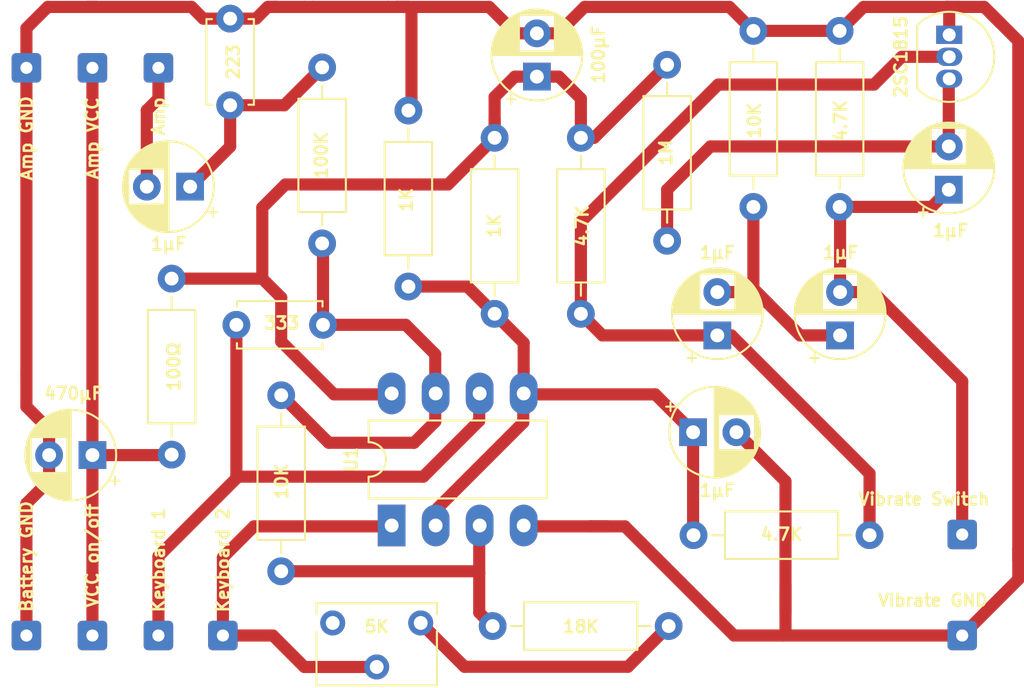
<source format=kicad_pcb>
(kicad_pcb (version 20221018) (generator pcbnew)
  (layers (0 "F.Cu" signal) (31 "B.Cu" signal) (34 "B.Paste" user) (35 "F.Paste" user) (36 "B.SilkS" user "B.Silkscreen") (37 "F.SilkS" user "F.Silkscreen") (38 "B.Mask" user) (39 "F.Mask" user) (44 "Edge.Cuts" user))
  (net 0 "")
  (net 1 "GND")
  (net 2 "VCC")
  (net 3 "Net-(C10-Pad1)")
  (net 4 "G")
  (net 5 "Net-(C11-Pad1)")
  (net 6 "Net-(C13-Pad2)")
  (net 7 "V")
  (net 8 "Y")
  (net 9 "Net-(C14-Pad1)")
  (net 10 "Net-(C15-Pad1)")
  (net 11 "Net-(C16-Pad1)")
  (net 12 "Net-(C17-Pad1)")
  (net 13 "P")
  (net 14 "Net-(R11-Pad1)")
  (net 15 "Net-(R12-Pad1)")
  (footprint "Capacitor_THT:CP_Radial_D5.0mm_P2.50mm" (layer "F.Cu") (at 184.658 100.076 180)
    (fp_text reference "C2" hide)
    (fp_text value "470µF" (at 1.1049 3.556) (layer "F.SilkS") (effects (font (size 0.7 0.7))))
    (pad "1" thru_hole rect (at 0 0 180) (size 1.6 1.6) (drill 0.8) (layers "*.Cu" "*.Mask") (net 2 "VCC"))
    (pad "2" thru_hole circle (at 2.5 0 180) (size 1.6 1.6) (drill 0.8) (layers "*.Cu" "*.Mask") (net 1 "GND"))
  )
  (footprint "Capacitor_THT:CP_Radial_D5.0mm_P2.50mm" (layer "F.Cu") (at 210.312 78.232 90)
    (fp_text reference "C10" hide)
    (fp_text value "100µF" (at 1.27 3.556 270) (layer "F.SilkS") (effects (font (size 0.7 0.7))))
    (pad "1" thru_hole rect (at 0 0 90) (size 1.6 1.6) (drill 0.8) (layers "*.Cu" "*.Mask") (net 3 "Net-(C10-Pad1)"))
    (pad "2" thru_hole circle (at 2.5 0 90) (size 1.6 1.6) (drill 0.8) (layers "*.Cu" "*.Mask") (net 1 "GND"))
  )
  (footprint "Capacitor_THT:CP_Radial_D5.0mm_P2.50mm" (layer "F.Cu") (at 190.2968 84.582 180)
    (fp_text reference "C11" hide)
    (fp_text value "1µF" (at 1.25 -3.302) (layer "F.SilkS") (effects (font (size 0.7 0.7))))
    (pad "1" thru_hole rect (at 0 0 180) (size 1.6 1.6) (drill 0.8) (layers "*.Cu" "*.Mask") (net 5 "Net-(C11-Pad1)"))
    (pad "2" thru_hole circle (at 2.5 0 180) (size 1.6 1.6) (drill 0.8) (layers "*.Cu" "*.Mask") (net 4 "G"))
  )
  (footprint "Capacitor_THT:C_Disc_D4.7mm_W2.5mm_P5.00mm" (layer "F.Cu") (at 192.6082 79.883 90)
    (fp_text reference "C12" hide)
    (fp_text value "223" (at 2.5 0.1778 90) (layer "F.SilkS") (effects (font (size 0.7 0.7))))
    (pad "1" thru_hole circle (at 0 0 90) (size 1.6 1.6) (drill 0.8) (layers "*.Cu" "*.Mask") (net 5 "Net-(C11-Pad1)"))
    (pad "2" thru_hole circle (at 5 0 90) (size 1.6 1.6) (drill 0.8) (layers "*.Cu" "*.Mask") (net 1 "GND"))
  )
  (footprint "Capacitor_THT:CP_Radial_D5.0mm_P2.50mm" (layer "F.Cu") (at 234.0864 84.7598 90)
    (fp_text reference "C13" hide)
    (fp_text value "1µF" (at -2.3622 0.1016 180) (layer "F.SilkS") (effects (font (size 0.7 0.7))))
    (pad "1" thru_hole rect (at 0 0 90) (size 1.6 1.6) (drill 0.8) (layers "*.Cu" "*.Mask") (net 7 "V"))
    (pad "2" thru_hole circle (at 2.5 0 90) (size 1.6 1.6) (drill 0.8) (layers "*.Cu" "*.Mask") (net 6 "Net-(C13-Pad2)"))
  )
  (footprint "Capacitor_THT:C_Disc_D4.7mm_W2.5mm_P5.00mm" (layer "F.Cu") (at 197.9676 92.5576 180)
    (fp_text reference "C14" hide)
    (fp_text value "333" (at 2.3876 0.1016) (layer "F.SilkS") (effects (font (size 0.7 0.7))))
    (pad "1" thru_hole circle (at 0 0 180) (size 1.6 1.6) (drill 0.8) (layers "*.Cu" "*.Mask") (net 9 "Net-(C14-Pad1)"))
    (pad "2" thru_hole circle (at 5 0 180) (size 1.6 1.6) (drill 0.8) (layers "*.Cu" "*.Mask") (net 8 "Y"))
  )
  (footprint "Capacitor_THT:CP_Radial_D5.0mm_P2.50mm" (layer "F.Cu") (at 227.8126 93.1672 90)
    (fp_text reference "C15" hide)
    (fp_text value "1µF" (at 4.7752 0.0254 180) (layer "F.SilkS") (effects (font (size 0.7 0.7))))
    (pad "1" thru_hole rect (at 0 0 90) (size 1.6 1.6) (drill 0.8) (layers "*.Cu" "*.Mask") (net 10 "Net-(C15-Pad1)"))
    (pad "2" thru_hole circle (at 2.5 0 90) (size 1.6 1.6) (drill 0.8) (layers "*.Cu" "*.Mask") (net 7 "V"))
  )
  (footprint "Capacitor_THT:CP_Radial_D5.0mm_P2.50mm" (layer "F.Cu") (at 219.329 98.7552)
    (fp_text reference "C16" hide)
    (fp_text value "1µF" (at 1.397 3.3528) (layer "F.SilkS") (effects (font (size 0.7 0.7))))
    (pad "1" thru_hole rect (at 0 0) (size 1.6 1.6) (drill 0.8) (layers "*.Cu" "*.Mask") (net 11 "Net-(C16-Pad1)"))
    (pad "2" thru_hole circle (at 2.5 0) (size 1.6 1.6) (drill 0.8) (layers "*.Cu" "*.Mask") (net 1 "GND"))
  )
  (footprint "Capacitor_THT:CP_Radial_D5.0mm_P2.50mm" (layer "F.Cu") (at 220.726 93.1672 90)
    (fp_text reference "C17" hide)
    (fp_text value "1µF" (at 4.7752 0 180) (layer "F.SilkS") (effects (font (size 0.7 0.7))))
    (pad "1" thru_hole rect (at 0 0 90) (size 1.6 1.6) (drill 0.8) (layers "*.Cu" "*.Mask") (net 12 "Net-(C17-Pad1)"))
    (pad "2" thru_hole circle (at 2.5 0 90) (size 1.6 1.6) (drill 0.8) (layers "*.Cu" "*.Mask") (net 10 "Net-(C15-Pad1)"))
  )
  (footprint "Connector_Wire:SolderWire-0.15sqmm_1x01_D0.5mm_OD1.5mm" (layer "F.Cu") (at 180.848 77.724)
    (fp_text reference "J3" hide)
    (fp_text value "Amp GND" (at 0 4.064 90) (layer "F.SilkS") (effects (font (size 0.7 0.7))))
    (pad "1" thru_hole roundrect (at 0 0) (size 1.7 1.7) (drill 0.7) (layers "*.Cu" "*.Mask") (roundrect_rratio 0.147059) (net 1 "GND"))
  )
  (footprint "Connector_Wire:SolderWire-0.15sqmm_1x01_D0.5mm_OD1.5mm" (layer "F.Cu") (at 234.8611 110.49)
    (fp_text reference "J4" hide)
    (fp_text value "Vibrate GND" (at -1.6891 -2.032) (layer "F.SilkS") (effects (font (size 0.7 0.7))))
    (pad "1" thru_hole roundrect (at 0 0) (size 1.7 1.7) (drill 0.7) (layers "*.Cu" "*.Mask") (roundrect_rratio 0.147059) (net 1 "GND"))
  )
  (footprint "Connector_Wire:SolderWire-0.15sqmm_1x01_D0.5mm_OD1.5mm" (layer "F.Cu") (at 184.658 110.49)
    (fp_text reference "J5" hide)
    (fp_text value "VCC on/off" (at 0 -4.6101 90) (layer "F.SilkS") (effects (font (size 0.7 0.7))))
    (pad "1" thru_hole roundrect (at 0 0) (size 1.7 1.7) (drill 0.7) (layers "*.Cu" "*.Mask") (roundrect_rratio 0.147059) (net 2 "VCC"))
  )
  (footprint "Connector_Wire:SolderWire-0.15sqmm_1x01_D0.5mm_OD1.5mm" (layer "F.Cu") (at 188.468 77.724)
    (fp_text reference "J8" hide)
    (fp_text value "Amp" (at 0 2.794 90) (layer "F.SilkS") (effects (font (size 0.7 0.7))))
    (pad "1" thru_hole roundrect (at 0 0) (size 1.7 1.7) (drill 0.7) (layers "*.Cu" "*.Mask") (roundrect_rratio 0.147059) (net 4 "G"))
  )
  (footprint "Connector_Wire:SolderWire-0.15sqmm_1x01_D0.5mm_OD1.5mm" (layer "F.Cu") (at 188.468 110.49)
    (fp_text reference "J9" hide)
    (fp_text value "Keyboard 1" (at 0 -4.3561 90) (layer "F.SilkS") (effects (font (size 0.7 0.7))))
    (pad "1" thru_hole roundrect (at 0 0) (size 1.7 1.7) (drill 0.7) (layers "*.Cu" "*.Mask") (roundrect_rratio 0.147059) (net 8 "Y"))
  )
  (footprint "Connector_Wire:SolderWire-0.15sqmm_1x01_D0.5mm_OD1.5mm" (layer "F.Cu") (at 192.1891 110.49)
    (fp_text reference "J10" hide)
    (fp_text value "Keyboard 2" (at 0 -4.3561 90) (layer "F.SilkS") (effects (font (size 0.7 0.7))))
    (pad "1" thru_hole roundrect (at 0 0) (size 1.7 1.7) (drill 0.7) (layers "*.Cu" "*.Mask") (roundrect_rratio 0.147059) (net 13 "P"))
  )
  (footprint "Connector_Wire:SolderWire-0.15sqmm_1x01_D0.5mm_OD1.5mm" (layer "F.Cu") (at 234.8611 104.6607)
    (fp_text reference "J11" hide)
    (fp_text value "Vibrate Switch" (at -2.1971 -2.0447) (layer "F.SilkS") (effects (font (size 0.7 0.7))))
    (pad "1" thru_hole roundrect (at 0 0) (size 1.7 1.7) (drill 0.7) (layers "*.Cu" "*.Mask") (roundrect_rratio 0.147059) (net 7 "V"))
  )
  (footprint "Package_TO_SOT_THT:TO-92_Inline" (layer "F.Cu") (at 234.1118 75.819 -90)
    (fp_text reference "Q1" hide)
    (fp_text value "2SC1815" (at 1.27 2.79 90) (layer "F.SilkS") (effects (font (size 0.7 0.7))))
    (pad "1" thru_hole rect (at 0 0 270) (size 1.05 1.5) (drill 0.75) (layers "*.Cu" "*.Mask") (net 1 "GND"))
    (pad "2" thru_hole oval (at 1.27 0 270) (size 1.05 1.5) (drill 0.75) (layers "*.Cu" "*.Mask") (net 12 "Net-(C17-Pad1)"))
    (pad "3" thru_hole oval (at 2.54 0 270) (size 1.05 1.5) (drill 0.75) (layers "*.Cu" "*.Mask") (net 6 "Net-(C13-Pad2)"))
  )
  (footprint "Resistor_THT:R_Axial_DIN0207_L6.3mm_D2.5mm_P10.16mm_Horizontal" (layer "F.Cu") (at 189.23 89.8906 -90)
    (fp_text reference "R2" hide)
    (fp_text value "100Ω" (at 5.08 -0.127 90) (layer "F.SilkS") (effects (font (size 0.7 0.7))))
    (pad "1" thru_hole circle (at 0 0 270) (size 1.6 1.6) (drill 0.8) (layers "*.Cu" "*.Mask") (net 3 "Net-(C10-Pad1)"))
    (pad "2" thru_hole oval (at 10.16 0 270) (size 1.6 1.6) (drill 0.8) (layers "*.Cu" "*.Mask") (net 2 "VCC"))
  )
  (footprint "Resistor_THT:R_Axial_DIN0207_L6.3mm_D2.5mm_P10.16mm_Horizontal" (layer "F.Cu") (at 212.852 91.9226 90)
    (fp_text reference "R3" hide)
    (fp_text value "4.7K" (at 5.08 0.0762 90) (layer "F.SilkS") (effects (font (size 0.7 0.7))))
    (pad "1" thru_hole circle (at 0 0 90) (size 1.6 1.6) (drill 0.8) (layers "*.Cu" "*.Mask") (net 12 "Net-(C17-Pad1)"))
    (pad "2" thru_hole oval (at 10.16 0 90) (size 1.6 1.6) (drill 0.8) (layers "*.Cu" "*.Mask") (net 3 "Net-(C10-Pad1)"))
  )
  (footprint "Resistor_THT:R_Axial_DIN0207_L6.3mm_D2.5mm_P10.16mm_Horizontal" (layer "F.Cu") (at 217.8304 87.7062 90)
    (fp_text reference "R4" hide)
    (fp_text value "1M" (at 5.08 -0.0762 90) (layer "F.SilkS") (effects (font (size 0.7 0.7))))
    (pad "1" thru_hole circle (at 0 0 90) (size 1.6 1.6) (drill 0.8) (layers "*.Cu" "*.Mask") (net 6 "Net-(C13-Pad2)"))
    (pad "2" thru_hole oval (at 10.16 0 90) (size 1.6 1.6) (drill 0.8) (layers "*.Cu" "*.Mask") (net 3 "Net-(C10-Pad1)"))
  )
  (footprint "Resistor_THT:R_Axial_DIN0207_L6.3mm_D2.5mm_P10.16mm_Horizontal" (layer "F.Cu") (at 197.9168 77.6986 -90)
    (fp_text reference "R5" hide)
    (fp_text value "100K" (at 5.08 0.0508 90) (layer "F.SilkS") (effects (font (size 0.7 0.7))))
    (pad "1" thru_hole circle (at 0 0 270) (size 1.6 1.6) (drill 0.8) (layers "*.Cu" "*.Mask") (net 5 "Net-(C11-Pad1)"))
    (pad "2" thru_hole oval (at 10.16 0 270) (size 1.6 1.6) (drill 0.8) (layers "*.Cu" "*.Mask") (net 9 "Net-(C14-Pad1)"))
  )
  (footprint "Resistor_THT:R_Axial_DIN0207_L6.3mm_D2.5mm_P10.16mm_Horizontal" (layer "F.Cu") (at 207.8736 91.9226 90)
    (fp_text reference "R6" hide)
    (fp_text value "1K" (at 5.08 -0.0254 90) (layer "F.SilkS") (effects (font (size 0.7 0.7))))
    (pad "1" thru_hole circle (at 0 0 90) (size 1.6 1.6) (drill 0.8) (layers "*.Cu" "*.Mask") (net 11 "Net-(C16-Pad1)"))
    (pad "2" thru_hole oval (at 10.16 0 90) (size 1.6 1.6) (drill 0.8) (layers "*.Cu" "*.Mask") (net 3 "Net-(C10-Pad1)"))
  )
  (footprint "Resistor_THT:R_Axial_DIN0207_L6.3mm_D2.5mm_P10.16mm_Horizontal" (layer "F.Cu") (at 227.7872 85.7504 90)
    (fp_text reference "R7" hide)
    (fp_text value "4.7K" (at 4.9784 0.0508 90) (layer "F.SilkS") (effects (font (size 0.7 0.7))))
    (pad "1" thru_hole circle (at 0 0 90) (size 1.6 1.6) (drill 0.8) (layers "*.Cu" "*.Mask") (net 7 "V"))
    (pad "2" thru_hole oval (at 10.16 0 90) (size 1.6 1.6) (drill 0.8) (layers "*.Cu" "*.Mask") (net 1 "GND"))
  )
  (footprint "Resistor_THT:R_Axial_DIN0207_L6.3mm_D2.5mm_P10.16mm_Horizontal" (layer "F.Cu") (at 202.8952 80.1878 -90)
    (fp_text reference "R8" hide)
    (fp_text value "1K" (at 5.1562 0.127 90) (layer "F.SilkS") (effects (font (size 0.7 0.7))))
    (pad "1" thru_hole circle (at 0 0 270) (size 1.6 1.6) (drill 0.8) (layers "*.Cu" "*.Mask") (net 1 "GND"))
    (pad "2" thru_hole oval (at 10.16 0 270) (size 1.6 1.6) (drill 0.8) (layers "*.Cu" "*.Mask") (net 11 "Net-(C16-Pad1)"))
  )
  (footprint "Resistor_THT:R_Axial_DIN0207_L6.3mm_D2.5mm_P10.16mm_Horizontal" (layer "F.Cu") (at 222.8088 85.7504 90)
    (fp_text reference "R9" hide)
    (fp_text value "10K" (at 4.9784 0.0508 90) (layer "F.SilkS") (effects (font (size 0.7 0.7))))
    (pad "1" thru_hole circle (at 0 0 90) (size 1.6 1.6) (drill 0.8) (layers "*.Cu" "*.Mask") (net 10 "Net-(C15-Pad1)"))
    (pad "2" thru_hole oval (at 10.16 0 90) (size 1.6 1.6) (drill 0.8) (layers "*.Cu" "*.Mask") (net 1 "GND"))
  )
  (footprint "Resistor_THT:R_Axial_DIN0207_L6.3mm_D2.5mm_P10.16mm_Horizontal" (layer "F.Cu") (at 229.5144 104.6988 180)
    (fp_text reference "R10" hide)
    (fp_text value "4.7K" (at 5.08 0.0508) (layer "F.SilkS") (effects (font (size 0.7 0.7))))
    (pad "1" thru_hole circle (at 0 0 180) (size 1.6 1.6) (drill 0.8) (layers "*.Cu" "*.Mask") (net 12 "Net-(C17-Pad1)"))
    (pad "2" thru_hole oval (at 10.16 0 180) (size 1.6 1.6) (drill 0.8) (layers "*.Cu" "*.Mask") (net 11 "Net-(C16-Pad1)"))
  )
  (footprint "Resistor_THT:R_Axial_DIN0207_L6.3mm_D2.5mm_P10.16mm_Horizontal" (layer "F.Cu") (at 195.5546 106.7816 90)
    (fp_text reference "R11" hide)
    (fp_text value "10K" (at 5.1816 0.0254 90) (layer "F.SilkS") (effects (font (size 0.7 0.7))))
    (pad "1" thru_hole circle (at 0 0 90) (size 1.6 1.6) (drill 0.8) (layers "*.Cu" "*.Mask") (net 14 "Net-(R11-Pad1)"))
    (pad "2" thru_hole oval (at 10.16 0 90) (size 1.6 1.6) (drill 0.8) (layers "*.Cu" "*.Mask") (net 9 "Net-(C14-Pad1)"))
  )
  (footprint "Resistor_THT:R_Axial_DIN0207_L6.3mm_D2.5mm_P10.16mm_Horizontal" (layer "F.Cu") (at 217.9193 109.9439 180)
    (fp_text reference "R12" hide)
    (fp_text value "18K" (at 5.0673 -0.0381) (layer "F.SilkS") (effects (font (size 0.7 0.7))))
    (pad "1" thru_hole circle (at 0 0 180) (size 1.6 1.6) (drill 0.8) (layers "*.Cu" "*.Mask") (net 15 "Net-(R12-Pad1)"))
    (pad "2" thru_hole oval (at 10.16 0 180) (size 1.6 1.6) (drill 0.8) (layers "*.Cu" "*.Mask") (net 14 "Net-(R11-Pad1)"))
  )
  (footprint "Potentiometer_THT:Potentiometer_Bourns_3266W_Vertical" (layer "F.Cu") (at 203.6064 109.7661)
    (fp_text reference "R13" hide)
    (fp_text value "5K" (at -2.54 0.2159) (layer "F.SilkS") (effects (font (size 0.7 0.7))))
    (pad "1" thru_hole circle (at 0 0) (size 1.44 1.44) (drill 0.8) (layers "*.Cu" "*.Mask") (net 15 "Net-(R12-Pad1)"))
    (pad "2" thru_hole circle (at -2.54 2.54) (size 1.44 1.44) (drill 0.8) (layers "*.Cu" "*.Mask") (net 13 "P"))
    (pad "3" thru_hole circle (at -5.08 0) (size 1.44 1.44) (drill 0.8) (layers "*.Cu" "*.Mask"))
  )
  (footprint "Package_DIP:DIP-8_W7.62mm_LongPads" (layer "F.Cu") (at 201.93 104.14 90)
    (fp_text reference "U1" (at 3.81 -2.33 90) (layer "F.SilkS") (effects (font (size 0.7 0.7))))
    (fp_text value "LA6458")
    (pad "1" thru_hole rect (at 0 0 90) (size 2.4 1.6) (drill 0.8) (layers "*.Cu" "*.Mask") (net 13 "P"))
    (pad "2" thru_hole oval (at 0 2.54 90) (size 2.4 1.6) (drill 0.8) (layers "*.Cu" "*.Mask") (net 11 "Net-(C16-Pad1)"))
    (pad "3" thru_hole oval (at 0 5.08 90) (size 2.4 1.6) (drill 0.8) (layers "*.Cu" "*.Mask") (net 14 "Net-(R11-Pad1)"))
    (pad "4" thru_hole oval (at 0 7.62 90) (size 2.4 1.6) (drill 0.8) (layers "*.Cu" "*.Mask") (net 1 "GND"))
    (pad "5" thru_hole oval (at 7.62 7.62 90) (size 2.4 1.6) (drill 0.8) (layers "*.Cu" "*.Mask") (net 11 "Net-(C16-Pad1)"))
    (pad "6" thru_hole oval (at 7.62 5.08 90) (size 2.4 1.6) (drill 0.8) (layers "*.Cu" "*.Mask") (net 8 "Y"))
    (pad "7" thru_hole oval (at 7.62 2.54 90) (size 2.4 1.6) (drill 0.8) (layers "*.Cu" "*.Mask") (net 9 "Net-(C14-Pad1)"))
    (pad "8" thru_hole oval (at 7.62 0 90) (size 2.4 1.6) (drill 0.8) (layers "*.Cu" "*.Mask") (net 3 "Net-(C10-Pad1)"))
  )
  (footprint "Connector_Wire:SolderWire-0.15sqmm_1x01_D0.5mm_OD1.5mm" (layer "F.Cu") (at 180.848 110.49)
    (fp_text reference "J1" hide)
    (fp_text value "Battery GND" (at 0 -4.5593 90) (layer "F.SilkS") (effects (font (size 0.7 0.7))))
    (pad "1" thru_hole roundrect (at 0 0) (size 1.7 1.7) (drill 0.7) (layers "*.Cu" "*.Mask") (roundrect_rratio 0.147059) (net 1 "GND"))
  )
  (footprint "Connector_Wire:SolderWire-0.15sqmm_1x01_D0.5mm_OD1.5mm" (layer "F.Cu") (at 184.658 77.724)
    (fp_text reference "J2" hide)
    (fp_text value "Amp VCC" (at 0 4.064 90) (layer "F.SilkS") (effects (font (size 0.7 0.7))))
    (pad "1" thru_hole roundrect (at 0 0) (size 1.7 1.7) (drill 0.7) (layers "*.Cu" "*.Mask") (roundrect_rratio 0.147059) (net 2 "VCC"))
  )
  (segment (start 192.6082 74.883) (end 194.103 74.883) (width 0.7) (layer "F.Cu") (net 1))
  (segment (start 210.312 75.732) (end 209.082 75.732) (width 0.7) (layer "F.Cu") (net 1))
  (segment (start 234.1118 75.819) (end 234.1118 74.3458) (width 0.7) (layer "F.Cu") (net 1))
  (segment (start 224.663 107.569) (end 224.663 109.2454) (width 0.7) (layer "F.Cu") (net 1))
  (segment (start 221.829 98.7552) (end 224.663 101.5892) (width 0.7) (layer "F.Cu") (net 1))
  (segment (start 207.558 74.208) (end 202.224 74.208) (width 0.7) (layer "F.Cu") (net 1))
  (segment (start 238.0996 105.5116) (end 238.0996 106.1339) (width 0.7) (layer "F.Cu") (net 1))
  (segment (start 210.312 75.732) (end 211.542 75.732) (width 0.7) (layer "F.Cu") (net 1))
  (segment (start 194.103 74.883) (end 194.778 74.208) (width 0.7) (layer "F.Cu") (net 1))
  (segment (start 182.158 100.076) (end 182.158 98.592) (width 0.7) (layer "F.Cu") (net 1))
  (segment (start 220.5736 109.3724) (end 219.9386 108.7374) (width 0.7) (layer "F.Cu") (net 1))
  (segment (start 234.8611 110.49) (end 224.536 110.49) (width 0.7) (layer "F.Cu") (net 1))
  (segment (start 196.89 74.208) (end 197.398 74.208) (width 0.7) (layer "F.Cu") (net 1))
  (segment (start 194.858 74.208) (end 195.286 74.208) (width 0.7) (layer "F.Cu") (net 1))
  (segment (start 224.663 101.5892) (end 224.663 107.569) (width 0.7) (layer "F.Cu") (net 1))
  (segment (start 182.158 98.592) (end 180.848 97.282) (width 0.7) (layer "F.Cu") (net 1))
  (segment (start 194.778 74.208) (end 195.286 74.208) (width 0.7) (layer "F.Cu") (net 1))
  (segment (start 190.38 74.208) (end 191.055 74.883) (width 0.7) (layer "F.Cu") (net 1))
  (segment (start 191.055 74.883) (end 192.6082 74.883) (width 0.7) (layer "F.Cu") (net 1))
  (segment (start 184.872 74.208) (end 184.364 74.208) (width 0.7) (layer "F.Cu") (net 1))
  (segment (start 234.656 74.208) (end 229.1696 74.208) (width 0.7) (layer "F.Cu") (net 1))
  (segment (start 236.133 74.208) (end 237.0455 75.1205) (width 0.7) (layer "F.Cu") (net 1))
  (segment (start 219.9386 108.7374) (end 215.392 104.1908) (width 0.7) (layer "F.Cu") (net 1))
  (segment (start 180.848 75.438) (end 180.848 77.724) (width 0.7) (layer "F.Cu") (net 1))
  (segment (start 182.158 100.076) (end 182.158 101.56) (width 0.7) (layer "F.Cu") (net 1))
  (segment (start 229.1696 74.208) (end 227.7872 75.5904) (width 0.7) (layer "F.Cu") (net 1))
  (segment (start 182.158 101.56) (end 180.848 102.87) (width 0.7) (layer "F.Cu") (net 1))
  (segment (start 182.078 74.208) (end 180.848 75.438) (width 0.7) (layer "F.Cu") (net 1))
  (segment (start 215.392 104.1908) (end 213.3854 104.1908) (width 0.7) (layer "F.Cu") (net 1))
  (segment (start 224.536 110.49) (end 221.6912 110.49) (width 0.7) (layer "F.Cu") (net 1))
  (segment (start 221.4264 74.208) (end 222.8088 75.5904) (width 0.7) (layer "F.Cu") (net 1))
  (segment (start 224.663 107.569) (end 224.663 110.363) (width 0.7) (layer "F.Cu") (net 1))
  (segment (start 209.5246 104.1908) (end 213.3854 104.1908) (width 0.7) (layer "F.Cu") (net 1))
  (segment (start 238.0996 105.5116) (end 238.0996 107.2515) (width 0.7) (layer "F.Cu") (net 1))
  (segment (start 180.848 110.49) (end 180.848 103.378) (width 0.7) (layer "F.Cu") (net 1))
  (segment (start 238.0996 107.2515) (end 234.8611 110.49) (width 0.7) (layer "F.Cu") (net 1))
  (segment (start 203.073 80.1878) (end 203.073 74.3966) (width 0.7) (layer "F.Cu") (net 1))
  (segment (start 180.848 97.282) (end 180.848 95.504) (width 0.7) (layer "F.Cu") (net 1))
  (segment (start 213.3854 104.1908) (end 214.4014 104.1908) (width 0.7) (layer "F.Cu") (net 1))
  (segment (start 237.0455 75.1205) (end 238.0996 76.1746) (width 0.7) (layer "F.Cu") (net 1))
  (segment (start 203.073 74.3966) (end 202.8844 74.208) (width 0.7) (layer "F.Cu") (net 1))
  (segment (start 213.066 74.208) (end 221.4264 74.208) (width 0.7) (layer "F.Cu") (net 1))
  (segment (start 202.224 74.208) (end 201.716 74.208) (width 0.7) (layer "F.Cu") (net 1))
  (segment (start 202.8844 74.208) (end 202.224 74.208) (width 0.7) (layer "F.Cu") (net 1))
  (segment (start 222.8088 75.5904) (end 227.7872 75.5904) (width 0.7) (layer "F.Cu") (net 1))
  (segment (start 236.4994 74.5744) (end 237.0455 75.1205) (width 0.7) (layer "F.Cu") (net 1))
  (segment (start 224.663 110.363) (end 224.536 110.49) (width 0.7) (layer "F.Cu") (net 1))
  (segment (start 209.082 75.732) (end 207.558 74.208) (width 0.7) (layer "F.Cu") (net 1))
  (segment (start 234.1118 74.3458) (end 233.974 74.208) (width 0.7) (layer "F.Cu") (net 1))
  (segment (start 180.848 102.87) (end 180.848 103.378) (width 0.7) (layer "F.Cu") (net 1))
  (segment (start 201.716 74.208) (end 197.398 74.208) (width 0.7) (layer "F.Cu") (net 1))
  (segment (start 180.848 77.724) (end 180.848 95.504) (width 0.7) (layer "F.Cu") (net 1))
  (segment (start 195.286 74.208) (end 196.89 74.208) (width 0.7) (layer "F.Cu") (net 1))
  (segment (start 211.542 75.732) (end 213.066 74.208) (width 0.7) (layer "F.Cu") (net 1))
  (segment (start 221.6912 110.49) (end 219.9386 108.7374) (width 0.7) (layer "F.Cu") (net 1))
  (segment (start 184.872 74.208) (end 190.38 74.208) (width 0.7) (layer "F.Cu") (net 1))
  (segment (start 234.656 74.208) (end 236.133 74.208) (width 0.7) (layer "F.Cu") (net 1))
  (segment (start 233.974 74.208) (end 234.656 74.208) (width 0.7) (layer "F.Cu") (net 1))
  (segment (start 184.872 74.208) (end 182.078 74.208) (width 0.7) (layer "F.Cu") (net 1))
  (segment (start 238.0996 76.1746) (end 238.0996 105.5116) (width 0.7) (layer "F.Cu") (net 1))
  (segment (start 184.658 100.076) (end 184.658 77.724) (width 0.7) (layer "F.Cu") (net 2))
  (segment (start 184.658 100.076) (end 189.2046 100.076) (width 0.7) (layer "F.Cu") (net 2))
  (segment (start 189.2046 100.076) (end 189.23 100.0506) (width 0.7) (layer "F.Cu") (net 2))
  (segment (start 184.658 110.49) (end 184.658 100.076) (width 0.7) (layer "F.Cu") (net 2))
  (segment (start 211.582 78.232) (end 212.852 79.502) (width 0.7) (layer "F.Cu") (net 3))
  (segment (start 194.4624 89.8906) (end 194.4624 85.7885) (width 0.7) (layer "F.Cu") (net 3))
  (segment (start 207.8736 79.4004) (end 207.8736 81.7626) (width 0.7) (layer "F.Cu") (net 3))
  (segment (start 212.852 81.7626) (end 213.614 81.7626) (width 0.7) (layer "F.Cu") (net 3))
  (segment (start 213.614 81.7626) (end 217.8304 77.5462) (width 0.7) (layer "F.Cu") (net 3))
  (segment (start 212.852 79.502) (end 212.852 80.772) (width 0.7) (layer "F.Cu") (net 3))
  (segment (start 205.1812 84.455) (end 207.8736 81.7626) (width 0.7) (layer "F.Cu") (net 3))
  (segment (start 194.4624 85.7885) (end 195.7959 84.455) (width 0.7) (layer "F.Cu") (net 3))
  (segment (start 209.042 78.232) (end 207.8736 79.4004) (width 0.7) (layer "F.Cu") (net 3))
  (segment (start 195.5546 93.5228) (end 195.5546 90.9828) (width 0.7) (layer "F.Cu") (net 3))
  (segment (start 194.4624 89.8906) (end 195.5546 90.9828) (width 0.7) (layer "F.Cu") (net 3))
  (segment (start 210.312 78.232) (end 211.582 78.232) (width 0.7) (layer "F.Cu") (net 3))
  (segment (start 195.7959 84.455) (end 205.1812 84.455) (width 0.7) (layer "F.Cu") (net 3))
  (segment (start 201.9046 96.5708) (end 198.6026 96.5708) (width 0.7) (layer "F.Cu") (net 3))
  (segment (start 210.312 78.232) (end 209.042 78.232) (width 0.7) (layer "F.Cu") (net 3))
  (segment (start 198.6026 96.5708) (end 195.5546 93.5228) (width 0.7) (layer "F.Cu") (net 3))
  (segment (start 207.8736 81.7626) (end 207.8736 80.6704) (width 0.7) (layer "F.Cu") (net 3))
  (segment (start 189.23 89.8906) (end 194.4624 89.8906) (width 0.7) (layer "F.Cu") (net 3))
  (segment (start 212.852 81.7626) (end 212.852 80.772) (width 0.7) (layer "F.Cu") (net 3))
  (segment (start 188.468 77.724) (end 188.468 79.502) (width 0.7) (layer "F.Cu") (net 4))
  (segment (start 187.7968 80.1732) (end 187.7968 84.582) (width 0.7) (layer "F.Cu") (net 4))
  (segment (start 188.468 79.502) (end 187.7968 80.1732) (width 0.7) (layer "F.Cu") (net 4))
  (segment (start 192.6082 79.883) (end 192.6082 82.2706) (width 0.7) (layer "F.Cu") (net 5))
  (segment (start 192.6082 79.883) (end 195.7324 79.883) (width 0.7) (layer "F.Cu") (net 5))
  (segment (start 195.7324 79.883) (end 197.9168 77.6986) (width 0.7) (layer "F.Cu") (net 5))
  (segment (start 192.6082 82.2706) (end 190.2968 84.582) (width 0.7) (layer "F.Cu") (net 5))
  (segment (start 234.0864 82.2598) (end 220.3304 82.2598) (width 0.7) (layer "F.Cu") (net 6))
  (segment (start 217.8304 87.7062) (end 217.8304 84.7598) (width 0.7) (layer "F.Cu") (net 6))
  (segment (start 234.0864 82.2598) (end 234.0864 78.3844) (width 0.7) (layer "F.Cu") (net 6))
  (segment (start 234.0864 78.3844) (end 234.1118 78.359) (width 0.7) (layer "F.Cu") (net 6))
  (segment (start 217.8304 84.7598) (end 220.3304 82.2598) (width 0.7) (layer "F.Cu") (net 6))
  (segment (start 227.8126 90.6672) (end 227.8126 85.7758) (width 0.7) (layer "F.Cu") (net 7))
  (segment (start 233.0958 85.7504) (end 234.0864 84.7598) (width 0.7) (layer "F.Cu") (net 7))
  (segment (start 234.8611 95.8088) (end 234.8611 104.6607) (width 0.7) (layer "F.Cu") (net 7))
  (segment (start 227.8126 90.6672) (end 229.7195 90.6672) (width 0.7) (layer "F.Cu") (net 7))
  (segment (start 229.7195 90.6672) (end 234.8611 95.8088) (width 0.7) (layer "F.Cu") (net 7))
  (segment (start 227.8126 85.7758) (end 227.7872 85.7504) (width 0.7) (layer "F.Cu") (net 7))
  (segment (start 227.7872 85.7504) (end 233.0958 85.7504) (width 0.7) (layer "F.Cu") (net 7))
  (segment (start 188.468 105.918) (end 193.0654 101.3206) (width 0.7) (layer "F.Cu") (net 8))
  (segment (start 192.9676 101.2228) (end 193.0654 101.3206) (width 0.7) (layer "F.Cu") (net 8))
  (segment (start 188.468 110.49) (end 188.468 105.918) (width 0.7) (layer "F.Cu") (net 8))
  (segment (start 192.9676 92.5576) (end 192.9676 101.2228) (width 0.7) (layer "F.Cu") (net 8))
  (segment (start 203.7588 101.3206) (end 193.0654 101.3206) (width 0.7) (layer "F.Cu") (net 8))
  (segment (start 206.9846 96.5708) (end 206.9846 98.0948) (width 0.7) (layer "F.Cu") (net 8))
  (segment (start 206.9846 98.0948) (end 203.7588 101.3206) (width 0.7) (layer "F.Cu") (net 8))
  (segment (start 204.4446 96.5708) (end 204.4446 98.1456) (width 0.7) (layer "F.Cu") (net 9))
  (segment (start 203.2254 99.3648) (end 198.2978 99.3648) (width 0.7) (layer "F.Cu") (net 9))
  (segment (start 197.9676 87.9094) (end 197.9168 87.8586) (width 0.7) (layer "F.Cu") (net 9))
  (segment (start 202.7428 92.5576) (end 204.4446 94.2594) (width 0.7) (layer "F.Cu") (net 9))
  (segment (start 197.9676 92.5576) (end 202.7428 92.5576) (width 0.7) (layer "F.Cu") (net 9))
  (segment (start 197.9676 92.5576) (end 197.9676 87.9094) (width 0.7) (layer "F.Cu") (net 9))
  (segment (start 198.2978 99.3648) (end 195.5546 96.6216) (width 0.7) (layer "F.Cu") (net 9))
  (segment (start 204.4446 98.1456) (end 203.2254 99.3648) (width 0.7) (layer "F.Cu") (net 9))
  (segment (start 204.4446 94.2594) (end 204.4446 96.5708) (width 0.7) (layer "F.Cu") (net 9))
  (segment (start 222.6164 90.6672) (end 222.8088 90.4748) (width 0.7) (layer "F.Cu") (net 10))
  (segment (start 223.647 91.313) (end 225.5012 93.1672) (width 0.7) (layer "F.Cu") (net 10))
  (segment (start 220.726 90.6672) (end 222.6164 90.6672) (width 0.7) (layer "F.Cu") (net 10))
  (segment (start 220.726 90.6672) (end 223.0012 90.6672) (width 0.7) (layer "F.Cu") (net 10))
  (segment (start 223.0012 90.6672) (end 223.647 91.313) (width 0.7) (layer "F.Cu") (net 10))
  (segment (start 222.8088 90.4748) (end 223.647 91.313) (width 0.7) (layer "F.Cu") (net 10))
  (segment (start 222.8088 90.4748) (end 223.0012 90.6672) (width 0.7) (layer "F.Cu") (net 10))
  (segment (start 225.5012 93.1672) (end 227.8126 93.1672) (width 0.7) (layer "F.Cu") (net 10))
  (segment (start 222.8088 85.7504) (end 222.8088 90.4748) (width 0.7) (layer "F.Cu") (net 10))
  (segment (start 206.2988 90.3478) (end 207.8736 91.9226) (width 0.7) (layer "F.Cu") (net 11))
  (segment (start 204.4446 104.1908) (end 204.4446 103.2764) (width 0.7) (layer "F.Cu") (net 11))
  (segment (start 204.4446 103.2764) (end 209.5246 98.1964) (width 0.7) (layer "F.Cu") (net 11))
  (segment (start 209.55 93.599) (end 207.8736 91.9226) (width 0.7) (layer "F.Cu") (net 11))
  (segment (start 217.1446 96.5708) (end 219.329 98.7552) (width 0.7) (layer "F.Cu") (net 11))
  (segment (start 209.55 96.52) (end 209.55 93.599) (width 0.7) (layer "F.Cu") (net 11))
  (segment (start 209.5246 96.5708) (end 217.1446 96.5708) (width 0.7) (layer "F.Cu") (net 11))
  (segment (start 219.329 98.7552) (end 219.329 104.6734) (width 0.7) (layer "F.Cu") (net 11))
  (segment (start 219.329 104.6734) (end 219.3544 104.6988) (width 0.7) (layer "F.Cu") (net 11))
  (segment (start 202.8952 90.3478) (end 206.2988 90.3478) (width 0.7) (layer "F.Cu") (net 11))
  (segment (start 209.5246 98.1964) (end 209.5246 96.5708) (width 0.7) (layer "F.Cu") (net 11))
  (segment (start 212.852 87.63) (end 212.852 86.614) (width 0.7) (layer "F.Cu") (net 12))
  (segment (start 212.852 90.3986) (end 212.852 87.63) (width 0.7) (layer "F.Cu") (net 12))
  (segment (start 214.0966 93.1672) (end 212.852 91.9226) (width 0.7) (layer "F.Cu") (net 12))
  (segment (start 229.5144 101.1428) (end 229.5144 104.6988) (width 0.7) (layer "F.Cu") (net 12))
  (segment (start 221.5388 93.1672) (end 229.5144 101.1428) (width 0.7) (layer "F.Cu") (net 12))
  (segment (start 212.852 86.614) (end 220.7768 78.6892) (width 0.7) (layer "F.Cu") (net 12))
  (segment (start 220.726 93.1672) (end 214.0966 93.1672) (width 0.7) (layer "F.Cu") (net 12))
  (segment (start 229.7684 78.6892) (end 220.7768 78.6892) (width 0.7) (layer "F.Cu") (net 12))
  (segment (start 231.3686 77.089) (end 229.7684 78.6892) (width 0.7) (layer "F.Cu") (net 12))
  (segment (start 220.726 93.1672) (end 221.5388 93.1672) (width 0.7) (layer "F.Cu") (net 12))
  (segment (start 234.1118 77.089) (end 231.3686 77.089) (width 0.7) (layer "F.Cu") (net 12))
  (segment (start 212.852 87.63) (end 212.852 91.9226) (width 0.7) (layer "F.Cu") (net 12))
  (segment (start 195.072 110.49) (end 192.1891 110.49) (width 0.7) (layer "F.Cu") (net 13))
  (segment (start 196.8881 112.3061) (end 195.072 110.49) (width 0.7) (layer "F.Cu") (net 13))
  (segment (start 193.9798 104.1908) (end 192.1891 105.9815) (width 0.7) (layer "F.Cu") (net 13))
  (segment (start 192.1891 110.49) (end 192.1891 105.9815) (width 0.7) (layer "F.Cu") (net 13))
  (segment (start 201.0664 112.3061) (end 196.8881 112.3061) (width 0.7) (layer "F.Cu") (net 13))
  (segment (start 201.9046 104.1908) (end 193.9798 104.1908) (width 0.7) (layer "F.Cu") (net 13))
  (segment (start 195.5546 106.7816) (end 206.8703 106.7816) (width 0.7) (layer "F.Cu") (net 14))
  (segment (start 206.9846 109.1692) (end 207.7593 109.9439) (width 0.7) (layer "F.Cu") (net 14))
  (segment (start 206.8703 106.7816) (end 206.9846 106.8959) (width 0.7) (layer "F.Cu") (net 14))
  (segment (start 206.9846 106.8959) (end 206.9846 109.1692) (width 0.7) (layer "F.Cu") (net 14))
  (segment (start 206.9846 104.1908) (end 206.9846 106.8959) (width 0.7) (layer "F.Cu") (net 14))
  (segment (start 206.1337 112.2934) (end 215.5698 112.2934) (width 0.7) (layer "F.Cu") (net 15))
  (segment (start 215.5698 112.2934) (end 217.9193 109.9439) (width 0.7) (layer "F.Cu") (net 15))
  (segment (start 203.6064 109.7661) (end 206.1337 112.2934) (width 0.7) (layer "F.Cu") (net 15))
)
</source>
